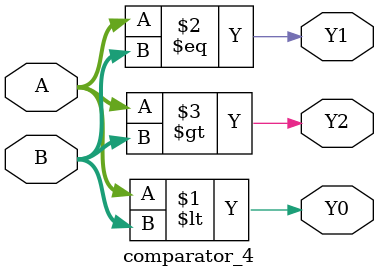
<source format=v>

`timescale 1ns/1ns

module comparator_4 (
	input	wire	[3: 0]		A,
	input	wire	[3: 0]		B,
	output	wire				Y0,	// A < B
	output	wire				Y1,	// A = B
	output	wire				Y2	// A > B
);

assign	Y0  =  (A < B);
assign	Y1  =  (A == B);
assign	Y2  =  (A > B);

endmodule


</source>
